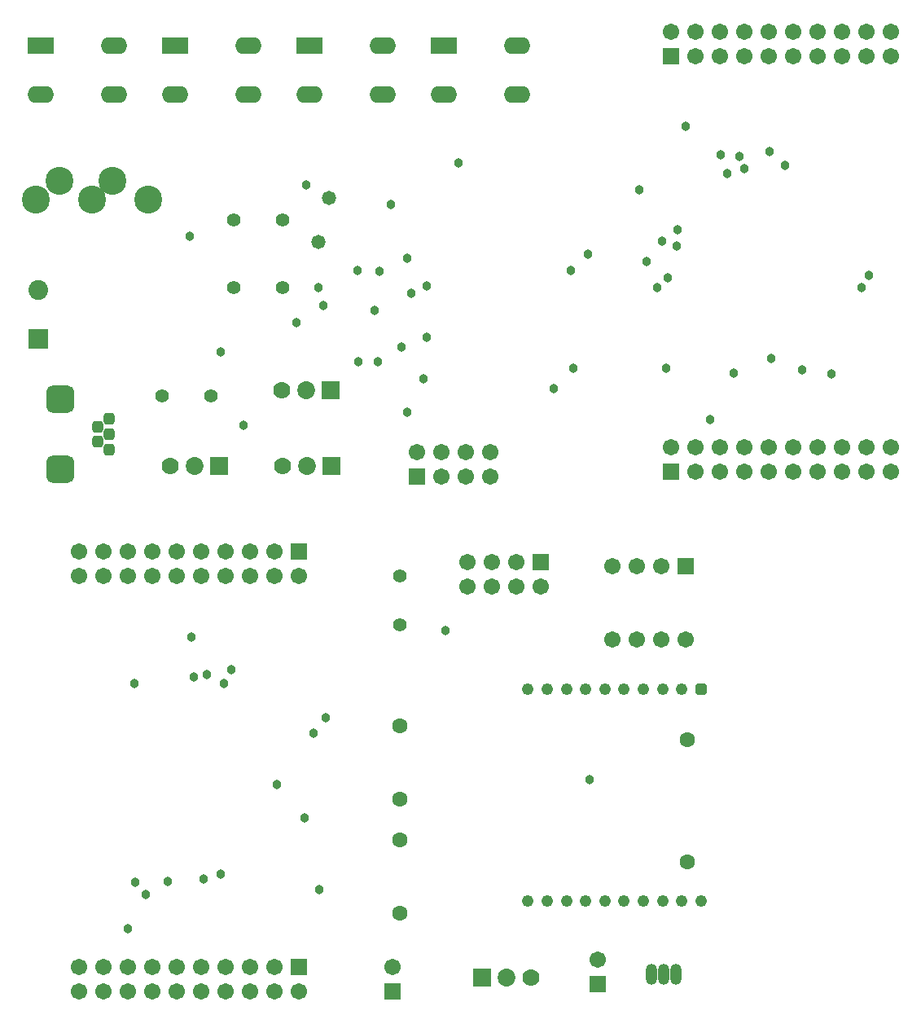
<source format=gbs>
G04 Layer_Color=16711935*
%FSLAX25Y25*%
%MOIN*%
G70*
G01*
G75*
%ADD59C,0.11450*%
%ADD60C,0.05524*%
%ADD61C,0.06706*%
%ADD62R,0.06706X0.06706*%
G04:AMPARAMS|DCode=63|XSize=114.3mil|YSize=114.3mil|CornerRadius=30.58mil|HoleSize=0mil|Usage=FLASHONLY|Rotation=90.000|XOffset=0mil|YOffset=0mil|HoleType=Round|Shape=RoundedRectangle|*
%AMROUNDEDRECTD63*
21,1,0.11430,0.05315,0,0,90.0*
21,1,0.05315,0.11430,0,0,90.0*
1,1,0.06115,0.02658,0.02658*
1,1,0.06115,0.02658,-0.02658*
1,1,0.06115,-0.02658,-0.02658*
1,1,0.06115,-0.02658,0.02658*
%
%ADD63ROUNDEDRECTD63*%
G04:AMPARAMS|DCode=64|XSize=47.37mil|YSize=47.37mil|CornerRadius=13.84mil|HoleSize=0mil|Usage=FLASHONLY|Rotation=90.000|XOffset=0mil|YOffset=0mil|HoleType=Round|Shape=RoundedRectangle|*
%AMROUNDEDRECTD64*
21,1,0.04737,0.01969,0,0,90.0*
21,1,0.01969,0.04737,0,0,90.0*
1,1,0.02769,0.00984,0.00984*
1,1,0.02769,0.00984,-0.00984*
1,1,0.02769,-0.00984,-0.00984*
1,1,0.02769,-0.00984,0.00984*
%
%ADD64ROUNDEDRECTD64*%
%ADD65R,0.07300X0.07300*%
%ADD66C,0.07300*%
%ADD67C,0.07000*%
%ADD68O,0.10800X0.06800*%
%ADD69R,0.10800X0.06800*%
%ADD70C,0.08083*%
%ADD71R,0.08083X0.08083*%
%ADD72C,0.05800*%
%ADD73C,0.03800*%
%ADD74C,0.06312*%
%ADD75R,0.06706X0.06706*%
%ADD76O,0.04737X0.08674*%
%ADD77O,0.04737X0.08674*%
%ADD78C,0.04800*%
G04:AMPARAMS|DCode=79|XSize=48mil|YSize=48mil|CornerRadius=14mil|HoleSize=0mil|Usage=FLASHONLY|Rotation=270.000|XOffset=0mil|YOffset=0mil|HoleType=Round|Shape=RoundedRectangle|*
%AMROUNDEDRECTD79*
21,1,0.04800,0.02000,0,0,270.0*
21,1,0.02000,0.04800,0,0,270.0*
1,1,0.02800,-0.01000,-0.01000*
1,1,0.02800,-0.01000,0.01000*
1,1,0.02800,0.01000,0.01000*
1,1,0.02800,0.01000,-0.01000*
%
%ADD79ROUNDEDRECTD79*%
D59*
X143900Y446700D02*
D03*
X122100D02*
D03*
X135500Y439000D02*
D03*
X158500D02*
D03*
X112500D02*
D03*
D60*
X164000Y358500D02*
D03*
X184000D02*
D03*
X213500Y430500D02*
D03*
X193500D02*
D03*
X213500Y403000D02*
D03*
X193500D02*
D03*
X261500Y265000D02*
D03*
Y285000D02*
D03*
D61*
X298500Y335500D02*
D03*
Y325500D02*
D03*
X288500Y335500D02*
D03*
Y325500D02*
D03*
X278500Y335500D02*
D03*
Y325500D02*
D03*
X268500Y335500D02*
D03*
X462500Y507500D02*
D03*
X452500D02*
D03*
X442500D02*
D03*
X432500D02*
D03*
X422500D02*
D03*
X412500D02*
D03*
X402500D02*
D03*
X392500D02*
D03*
X382500D02*
D03*
X372500D02*
D03*
X462500Y497500D02*
D03*
X452500D02*
D03*
X442500D02*
D03*
X432500D02*
D03*
X422500D02*
D03*
X412500D02*
D03*
X402500D02*
D03*
X392500D02*
D03*
X382500D02*
D03*
X462500Y337500D02*
D03*
X452500D02*
D03*
X442500D02*
D03*
X432500D02*
D03*
X422500D02*
D03*
X412500D02*
D03*
X402500D02*
D03*
X392500D02*
D03*
X382500D02*
D03*
X372500D02*
D03*
X462500Y327500D02*
D03*
X452500D02*
D03*
X442500D02*
D03*
X432500D02*
D03*
X422500D02*
D03*
X412500D02*
D03*
X402500D02*
D03*
X392500D02*
D03*
X382500D02*
D03*
X210000Y295000D02*
D03*
X200000D02*
D03*
X190000D02*
D03*
X180000D02*
D03*
X170000D02*
D03*
X160000D02*
D03*
X150000D02*
D03*
X140000D02*
D03*
X130000D02*
D03*
X220000Y285000D02*
D03*
X210000D02*
D03*
X200000D02*
D03*
X190000D02*
D03*
X180000D02*
D03*
X170000D02*
D03*
X160000D02*
D03*
X150000D02*
D03*
X140000D02*
D03*
X130000D02*
D03*
X342500Y128000D02*
D03*
X348500Y259000D02*
D03*
X358500D02*
D03*
X368500D02*
D03*
X378500D02*
D03*
X348500Y289000D02*
D03*
X358500D02*
D03*
X368500D02*
D03*
X258500Y125000D02*
D03*
X210000D02*
D03*
X200000D02*
D03*
X190000D02*
D03*
X180000D02*
D03*
X170000D02*
D03*
X160000D02*
D03*
X150000D02*
D03*
X140000D02*
D03*
X130000D02*
D03*
X220000Y115000D02*
D03*
X210000D02*
D03*
X200000D02*
D03*
X190000D02*
D03*
X180000D02*
D03*
X170000D02*
D03*
X160000D02*
D03*
X150000D02*
D03*
X140000D02*
D03*
X130000D02*
D03*
X319000Y280500D02*
D03*
X309000Y290500D02*
D03*
Y280500D02*
D03*
X299000Y290500D02*
D03*
Y280500D02*
D03*
X289000Y290500D02*
D03*
Y280500D02*
D03*
D62*
X268500Y325500D02*
D03*
X372500Y497500D02*
D03*
Y327500D02*
D03*
X220000Y295000D02*
D03*
Y125000D02*
D03*
X319000Y290500D02*
D03*
D63*
X122618Y357370D02*
D03*
Y328630D02*
D03*
D64*
X137776Y346150D02*
D03*
Y339850D02*
D03*
X142500Y336701D02*
D03*
Y349299D02*
D03*
Y343000D02*
D03*
D65*
X187500Y330000D02*
D03*
X233000Y361000D02*
D03*
X233500Y330000D02*
D03*
X295000Y120500D02*
D03*
D66*
X177500Y330000D02*
D03*
X223000Y361000D02*
D03*
X223500Y330000D02*
D03*
X305000Y120500D02*
D03*
D67*
X167500Y330000D02*
D03*
X213000Y361000D02*
D03*
X213500Y330000D02*
D03*
X315000Y120500D02*
D03*
D68*
X279500Y482000D02*
D03*
X309500D02*
D03*
Y502000D02*
D03*
X224500Y482000D02*
D03*
X254500D02*
D03*
Y502000D02*
D03*
X169500Y482000D02*
D03*
X199500D02*
D03*
Y502000D02*
D03*
X114500Y482000D02*
D03*
X144500D02*
D03*
Y502000D02*
D03*
D69*
X279500D02*
D03*
X224500D02*
D03*
X169500D02*
D03*
X114500D02*
D03*
D70*
X113500Y402000D02*
D03*
D71*
Y382000D02*
D03*
D72*
X232500Y439500D02*
D03*
X228000Y421500D02*
D03*
D73*
Y403000D02*
D03*
X264500Y415000D02*
D03*
X253200Y409500D02*
D03*
X272500Y382500D02*
D03*
X362500Y413500D02*
D03*
X230000Y395500D02*
D03*
X266000Y400500D02*
D03*
X244110Y410110D02*
D03*
X272500Y403500D02*
D03*
X219000Y388500D02*
D03*
X188000Y376500D02*
D03*
X197500Y346500D02*
D03*
X453406Y408095D02*
D03*
X450500Y403000D02*
D03*
X413500Y374000D02*
D03*
X398000Y368000D02*
D03*
X426000Y369280D02*
D03*
X438000Y367500D02*
D03*
X388500Y349000D02*
D03*
X402500Y451500D02*
D03*
X324500Y361500D02*
D03*
X359500Y443000D02*
D03*
X271000Y365500D02*
D03*
X264500Y352000D02*
D03*
X252500Y372500D02*
D03*
X244500D02*
D03*
X262000Y378500D02*
D03*
X368923Y422000D02*
D03*
X332500Y370000D02*
D03*
X370500D02*
D03*
X412778Y458778D02*
D03*
X419000Y453000D02*
D03*
X338500Y416500D02*
D03*
X285500Y454000D02*
D03*
X366685Y403000D02*
D03*
X371000Y407000D02*
D03*
X331500Y410000D02*
D03*
X223000Y445000D02*
D03*
X378500Y469000D02*
D03*
X400500Y456500D02*
D03*
X392815Y457315D02*
D03*
X257862Y437000D02*
D03*
X175500Y424000D02*
D03*
X395500Y449500D02*
D03*
X374850Y420047D02*
D03*
X375000Y426500D02*
D03*
X251000Y393500D02*
D03*
X192500Y246500D02*
D03*
X188000Y163000D02*
D03*
X181000Y161000D02*
D03*
X176969Y243500D02*
D03*
X176000Y260000D02*
D03*
X189500Y241000D02*
D03*
X182343Y244500D02*
D03*
X152815Y241000D02*
D03*
X153000Y159500D02*
D03*
X157500Y154500D02*
D03*
X166595Y160000D02*
D03*
X150000Y140500D02*
D03*
X280000Y262500D02*
D03*
X222500Y186000D02*
D03*
X226000Y220500D02*
D03*
X211000Y199500D02*
D03*
X231000Y227000D02*
D03*
X339000Y201500D02*
D03*
X228500Y156500D02*
D03*
D74*
X261500Y223500D02*
D03*
Y193500D02*
D03*
Y147000D02*
D03*
Y177000D02*
D03*
X379000Y168000D02*
D03*
Y218000D02*
D03*
D75*
X342500Y118000D02*
D03*
X378500Y289000D02*
D03*
X258500Y115000D02*
D03*
D76*
X374500Y122000D02*
D03*
X364500D02*
D03*
D77*
X369500D02*
D03*
D78*
X384791Y151886D02*
D03*
X376917D02*
D03*
X369043D02*
D03*
X361169D02*
D03*
X353295D02*
D03*
X345421D02*
D03*
X337547D02*
D03*
X329673D02*
D03*
X321799D02*
D03*
X313925D02*
D03*
Y238500D02*
D03*
X321799D02*
D03*
X329673D02*
D03*
X337547D02*
D03*
X345421D02*
D03*
X353295D02*
D03*
X361169D02*
D03*
X369043D02*
D03*
X376917D02*
D03*
D79*
X384791D02*
D03*
M02*

</source>
